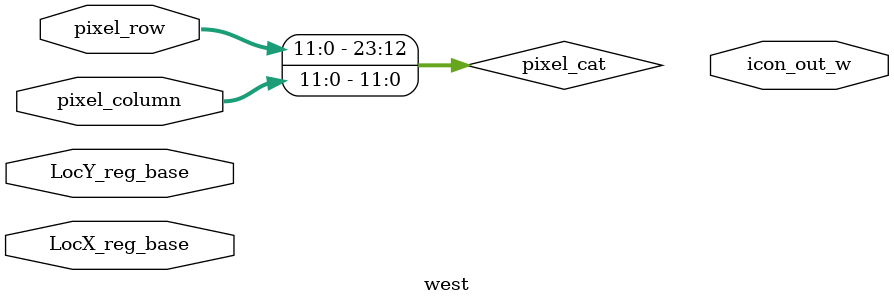
<source format=sv>


module north
(
	input wire [11:0] pixel_column,
	input wire [11:0] pixel_row,
	input wire [11:0] LocY_reg_base,
	input wire [11:0] LocX_reg_base,
	output wire [1:0] icon_out_n
);
 wire [23:0] pixel_cat;
 
 assign pixel_cat = {pixel_row, pixel_column};
 
 always @(*)
	if (pixel_cat == {LocY_reg_base, (LocX_reg_base+5)}) icon_out = 1;
	else if  (pixel_cat == {LocY_reg_base, (LocX_reg_base+6)}) icon_out = 2;
	else if  (pixel_cat == {LocY_reg_base, (LocX_reg_base+9)}) icon_out = 2;
	else if  (pixel_cat == {LocY_reg_base, (LocX_reg_base+10)}) icon_out = 1;
	
	else if  (pixel_cat == {(LocY_reg_base+1), (LocX_reg_base+5)}) icon_out = 2;
	else if  (pixel_cat == {(LocY_reg_base+1), (LocX_reg_base+6)}) icon_out = 1;
	else if  (pixel_cat == {(LocY_reg_base+1), (LocX_reg_base+9)}) icon_out = 1;
	else if  (pixel_cat == {(LocY_reg_base+1), (LocX_reg_base+10)}) icon_out = 2;
	
	else if  (pixel_cat == {(LocY_reg_base+2), (LocX_reg_base+3)}) icon_out = 1;
	else if  (pixel_cat == {(LocY_reg_base+2), (LocX_reg_base+4)}) icon_out = 1;
	else if  (pixel_cat == {(LocY_reg_base+2), (LocX_reg_base+5)}) icon_out = 1;
	else if  (pixel_cat == {(LocY_reg_base+2), (LocX_reg_base+6)}) icon_out = 1;
	else if  (pixel_cat == {(LocY_reg_base+2), (LocX_reg_base+7)}) icon_out = 1;
	else if  (pixel_cat == {(LocY_reg_base+2), (LocX_reg_base+8)}) icon_out = 1;
	else if  (pixel_cat == {(LocY_reg_base+2), (LocX_reg_base+9)}) icon_out = 1;
	else if  (pixel_cat == {(LocY_reg_base+2), (LocX_reg_base+10)}) icon_out = 1;
	else if  (pixel_cat == {(LocY_reg_base+2), (LocX_reg_base+11)}) icon_out = 1;
	else if  (pixel_cat == {(LocY_reg_base+2), (LocX_reg_base+12)}) icon_out = 1;
	
	else if  (pixel_cat == {(LocY_reg_base+3), (LocX_reg_base+3)}) icon_out = 1;
	else if  (pixel_cat == {(LocY_reg_base+3), (LocX_reg_base+4)}) icon_out = 1;
	else if  (pixel_cat == {(LocY_reg_base+3), (LocX_reg_base+5)}) icon_out = 1;
	else if  (pixel_cat == {(LocY_reg_base+3), (LocX_reg_base+6)}) icon_out = 1;
	else if  (pixel_cat == {(LocY_reg_base+3), (LocX_reg_base+7)}) icon_out = 1;
	else if  (pixel_cat == {(LocY_reg_base+3), (LocX_reg_base+8)}) icon_out = 1;
	else if  (pixel_cat == {(LocY_reg_base+3), (LocX_reg_base+9)}) icon_out = 1;
	else if  (pixel_cat == {(LocY_reg_base+3), (LocX_reg_base+10)}) icon_out = 1;
	else if  (pixel_cat == {(LocY_reg_base+3), (LocX_reg_base+11)}) icon_out = 1;
	else if  (pixel_cat == {(LocY_reg_base+3), (LocX_reg_base+12)}) icon_out = 1;
	
	else if  (pixel_cat == {(LocY_reg_base+4), (LocX_reg_base+3)}) icon_out = 1;
	else if  (pixel_cat == {(LocY_reg_base+4), (LocX_reg_base+4)}) icon_out = 1;
	else if  (pixel_cat == {(LocY_reg_base+4), (LocX_reg_base+5)}) icon_out = 2;
	else if  (pixel_cat == {(LocY_reg_base+4), (LocX_reg_base+6)}) icon_out = 3;
	else if  (pixel_cat == {(LocY_reg_base+4), (LocX_reg_base+7)}) icon_out = 1;
	else if  (pixel_cat == {(LocY_reg_base+4), (LocX_reg_base+8)}) icon_out = 1;
	else if  (pixel_cat == {(LocY_reg_base+4), (LocX_reg_base+9)}) icon_out = 2;
	else if  (pixel_cat == {(LocY_reg_base+4), (LocX_reg_base+10)}) icon_out = 3;
	else if  (pixel_cat == {(LocY_reg_base+4), (LocX_reg_base+11)}) icon_out = 1;
	else if  (pixel_cat == {(LocY_reg_base+4), (LocX_reg_base+12)}) icon_out = 1;
	
	else if  (pixel_cat == {(LocY_reg_base+5), (LocX_reg_base+3)}) icon_out = 1;
	else if  (pixel_cat == {(LocY_reg_base+5), (LocX_reg_base+4)}) icon_out = 1;
	else if  (pixel_cat == {(LocY_reg_base+5), (LocX_reg_base+5)}) icon_out = 3;
	else if  (pixel_cat == {(LocY_reg_base+5), (LocX_reg_base+6)}) icon_out = 3;
	else if  (pixel_cat == {(LocY_reg_base+5), (LocX_reg_base+7)}) icon_out = 1;
	else if  (pixel_cat == {(LocY_reg_base+5), (LocX_reg_base+8)}) icon_out = 1;
	else if  (pixel_cat == {(LocY_reg_base+5), (LocX_reg_base+9)}) icon_out = 3;
	else if  (pixel_cat == {(LocY_reg_base+5), (LocX_reg_base+10)}) icon_out = 3;
	else if  (pixel_cat == {(LocY_reg_base+5), (LocX_reg_base+11)}) icon_out = 1;
	else if  (pixel_cat == {(LocY_reg_base+5), (LocX_reg_base+12)}) icon_out = 1;
	
	else if  (pixel_cat == {(LocY_reg_base+6), (LocX_reg_base+3)}) icon_out = 1;
	else if  (pixel_cat == {(LocY_reg_base+6), (LocX_reg_base+4)}) icon_out = 1;
	else if  (pixel_cat == {(LocY_reg_base+6), (LocX_reg_base+5)}) icon_out = 1;
	else if  (pixel_cat == {(LocY_reg_base+6), (LocX_reg_base+6)}) icon_out = 1;
	else if  (pixel_cat == {(LocY_reg_base+6), (LocX_reg_base+7)}) icon_out = 1;
	else if  (pixel_cat == {(LocY_reg_base+6), (LocX_reg_base+8)}) icon_out = 1;
	else if  (pixel_cat == {(LocY_reg_base+6), (LocX_reg_base+9)}) icon_out = 1;
	else if  (pixel_cat == {(LocY_reg_base+6), (LocX_reg_base+10)}) icon_out = 1;
	else if  (pixel_cat == {(LocY_reg_base+6), (LocX_reg_base+11)}) icon_out = 1;
	else if  (pixel_cat == {(LocY_reg_base+6), (LocX_reg_base+12)}) icon_out = 1;
	
	else if  (pixel_cat == {(LocY_reg_base+7), (LocX_reg_base+3)}) icon_out = 1;
	else if  (pixel_cat == {(LocY_reg_base+7), (LocX_reg_base+4)}) icon_out = 1;
	else if  (pixel_cat == {(LocY_reg_base+7), (LocX_reg_base+5)}) icon_out = 1;
	else if  (pixel_cat == {(LocY_reg_base+7), (LocX_reg_base+6)}) icon_out = 1;
	else if  (pixel_cat == {(LocY_reg_base+7), (LocX_reg_base+7)}) icon_out = 1;
	else if  (pixel_cat == {(LocY_reg_base+7), (LocX_reg_base+8)}) icon_out = 1;
	else if  (pixel_cat == {(LocY_reg_base+7), (LocX_reg_base+9)}) icon_out = 1;
	else if  (pixel_cat == {(LocY_reg_base+7), (LocX_reg_base+10)}) icon_out = 1;
	else if  (pixel_cat == {(LocY_reg_base+7), (LocX_reg_base+11)}) icon_out = 1;
	else if  (pixel_cat == {(LocY_reg_base+7), (LocX_reg_base+12)}) icon_out = 1;
	
	else if  (pixel_cat == {(LocY_reg_base+8), (LocX_reg_base+3)}) icon_out = 1;
	else if  (pixel_cat == {(LocY_reg_base+8), (LocX_reg_base+4)}) icon_out = 1;
	else if  (pixel_cat == {(LocY_reg_base+8), (LocX_reg_base+5)}) icon_out = 1;
	else if  (pixel_cat == {(LocY_reg_base+8), (LocX_reg_base+6)}) icon_out = 1;
	else if  (pixel_cat == {(LocY_reg_base+8), (LocX_reg_base+7)}) icon_out = 1;
	else if  (pixel_cat == {(LocY_reg_base+8), (LocX_reg_base+8)}) icon_out = 1;
	else if  (pixel_cat == {(LocY_reg_base+8), (LocX_reg_base+9)}) icon_out = 1;
	else if  (pixel_cat == {(LocY_reg_base+8), (LocX_reg_base+10)}) icon_out = 1;
	else if  (pixel_cat == {(LocY_reg_base+8), (LocX_reg_base+11)}) icon_out = 1;
	else if  (pixel_cat == {(LocY_reg_base+8), (LocX_reg_base+12)}) icon_out = 1;
	
	else if  (pixel_cat == {(LocY_reg_base+9), (LocX_reg_base+3)}) icon_out = 1;
	else if  (pixel_cat == {(LocY_reg_base+9), (LocX_reg_base+4)}) icon_out = 1;
	else if  (pixel_cat == {(LocY_reg_base+9), (LocX_reg_base+5)}) icon_out = 1;
	else if  (pixel_cat == {(LocY_reg_base+9), (LocX_reg_base+6)}) icon_out = 1;
	else if  (pixel_cat == {(LocY_reg_base+9), (LocX_reg_base+7)}) icon_out = 1;
	else if  (pixel_cat == {(LocY_reg_base+9), (LocX_reg_base+8)}) icon_out = 1;
	else if  (pixel_cat == {(LocY_reg_base+9), (LocX_reg_base+9)}) icon_out = 1;
	else if  (pixel_cat == {(LocY_reg_base+9), (LocX_reg_base+10)}) icon_out = 1;
	else if  (pixel_cat == {(LocY_reg_base+9), (LocX_reg_base+11)}) icon_out = 1;
	else if  (pixel_cat == {(LocY_reg_base+9), (LocX_reg_base+12)}) icon_out = 1;
	
	else if  (pixel_cat == {(LocY_reg_base+10), (LocX_reg_base+4)}) icon_out = 1;
	
	else if  (pixel_cat == {(LocY_reg_base+11), (LocX_reg_base+4)}) icon_out = 2;
	
	else icon_out = 0;
endmodule

/////////////////////////////////////////////////////////////////////////

module north_east
(
	input wire [11:0] pixel_column,
	input wire [11:0] pixel_row,
	input wire [11:0] LocY_reg_base,
	input wire [11:0] LocX_reg_base,
	output wire [1:0] icon_out_ne
);
 wire [23:0] pixel_cat;
 
 assign pixel_cat = {pixel_row, pixel_column};
 
 always @(*)
	if (pixel_cat == {LocY_reg_base, (LocX_reg_base+9)}) icon_out = 1;
	else if (pixel_cat == {LocY_reg_base, (LocX_reg_base+10)}) icon_out = 2;
	
	else if (pixel_cat == {(LocY_reg_base+1), (LocX_reg_base+7)}) icon_out = 1;
	else if (pixel_cat == {(LocY_reg_base+1), (LocX_reg_base+8)}) icon_out = 1;
	else if (pixel_cat == {(LocY_reg_base+1), (LocX_reg_base+9)}) icon_out = 2;
	else if (pixel_cat == {(LocY_reg_base+1), (LocX_reg_base+10)}) icon_out = 1;
	
	else if (pixel_cat == {(LocY_reg_base+2), (LocX_reg_base+6)}) icon_out = 1;
	else if (pixel_cat == {(LocY_reg_base+2), (LocX_reg_base+7)}) icon_out = 1;
	else if (pixel_cat == {(LocY_reg_base+2), (LocX_reg_base+8)}) icon_out = 1;
	else if (pixel_cat == {(LocY_reg_base+2), (LocX_reg_base+9)}) icon_out = 1;
	
	else if (pixel_cat == {(LocY_reg_base+3), (LocX_reg_base+5)}) icon_out = 1;
	else if (pixel_cat == {(LocY_reg_base+3), (LocX_reg_base+6)}) icon_out = 1;
	else if (pixel_cat == {(LocY_reg_base+3), (LocX_reg_base+7)}) icon_out = 1;
	else if (pixel_cat == {(LocY_reg_base+3), (LocX_reg_base+8)}) icon_out = 1;
	else if (pixel_cat == {(LocY_reg_base+3), (LocX_reg_base+9)}) icon_out = 1;
	else if (pixel_cat == {(LocY_reg_base+3), (LocX_reg_base+10)}) icon_out = 1;
	
	else if (pixel_cat == {(LocY_reg_base+4), (LocX_reg_base+4)}) icon_out = 1;
	else if (pixel_cat == {(LocY_reg_base+4), (LocX_reg_base+5)}) icon_out = 1;
	else if (pixel_cat == {(LocY_reg_base+4), (LocX_reg_base+6)}) icon_out = 1;
	else if (pixel_cat == {(LocY_reg_base+4), (LocX_reg_base+7)}) icon_out = 2;
	else if (pixel_cat == {(LocY_reg_base+4), (LocX_reg_base+8)}) icon_out = 3;
	else if (pixel_cat == {(LocY_reg_base+4), (LocX_reg_base+9)}) icon_out = 1;
	else if (pixel_cat == {(LocY_reg_base+4), (LocX_reg_base+10)}) icon_out = 1;
	else if (pixel_cat == {(LocY_reg_base+4), (LocX_reg_base+11)}) icon_out = 1;
	
	else if (pixel_cat == {(LocY_reg_base+5), (LocX_reg_base+3)}) icon_out = 1;	
	else if (pixel_cat == {(LocY_reg_base+5), (LocX_reg_base+4)}) icon_out = 1;	
	else if (pixel_cat == {(LocY_reg_base+5), (LocX_reg_base+5)}) icon_out = 1;	
	else if (pixel_cat == {(LocY_reg_base+5), (LocX_reg_base+6)}) icon_out = 1;	
	else if (pixel_cat == {(LocY_reg_base+5), (LocX_reg_base+7)}) icon_out = 3;	
	else if (pixel_cat == {(LocY_reg_base+5), (LocX_reg_base+8)}) icon_out = 3;	
	else if (pixel_cat == {(LocY_reg_base+5), (LocX_reg_base+9)}) icon_out = 1;	
	else if (pixel_cat == {(LocY_reg_base+5), (LocX_reg_base+10)}) icon_out = 1;	
	else if (pixel_cat == {(LocY_reg_base+5), (LocX_reg_base+11)}) icon_out = 1;	
	else if (pixel_cat == {(LocY_reg_base+5), (LocX_reg_base+12)}) icon_out = 1;	
	else if (pixel_cat == {(LocY_reg_base+5), (LocX_reg_base+14)}) icon_out = 1;	
	else if (pixel_cat == {(LocY_reg_base+5), (LocX_reg_base+15)}) icon_out = 2;
	
	else if (pixel_cat == {(LocY_reg_base+6), (LocX_reg_base+3)}) icon_out = 1;	
	else if (pixel_cat == {(LocY_reg_base+6), (LocX_reg_base+4)}) icon_out = 1;	
	else if (pixel_cat == {(LocY_reg_base+6), (LocX_reg_base+5)}) icon_out = 1;	
	else if (pixel_cat == {(LocY_reg_base+6), (LocX_reg_base+6)}) icon_out = 1;	
	else if (pixel_cat == {(LocY_reg_base+6), (LocX_reg_base+7)}) icon_out = 1;	
	else if (pixel_cat == {(LocY_reg_base+6), (LocX_reg_base+8)}) icon_out = 1;	
	else if (pixel_cat == {(LocY_reg_base+6), (LocX_reg_base+9)}) icon_out = 1;	
	else if (pixel_cat == {(LocY_reg_base+6), (LocX_reg_base+10)}) icon_out = 1;	
	else if (pixel_cat == {(LocY_reg_base+6), (LocX_reg_base+11)}) icon_out = 1;	
	else if (pixel_cat == {(LocY_reg_base+6), (LocX_reg_base+12)}) icon_out = 1;	
	else if (pixel_cat == {(LocY_reg_base+6), (LocX_reg_base+13)}) icon_out = 1;	
	else if (pixel_cat == {(LocY_reg_base+6), (LocX_reg_base+14)}) icon_out = 2;	
	else if (pixel_cat == {(LocY_reg_base+6), (LocX_reg_base+15)}) icon_out = 1;
	
	else if (pixel_cat == {(LocY_reg_base+7), (LocX_reg_base+3)}) icon_out = 1;	
	else if (pixel_cat == {(LocY_reg_base+7), (LocX_reg_base+4)}) icon_out = 1;	
	else if (pixel_cat == {(LocY_reg_base+7), (LocX_reg_base+5)}) icon_out = 1;	
	else if (pixel_cat == {(LocY_reg_base+7), (LocX_reg_base+6)}) icon_out = 1;	
	else if (pixel_cat == {(LocY_reg_base+7), (LocX_reg_base+7)}) icon_out = 1;	
	else if (pixel_cat == {(LocY_reg_base+7), (LocX_reg_base+8)}) icon_out = 1;	
	else if (pixel_cat == {(LocY_reg_base+7), (LocX_reg_base+9)}) icon_out = 1;	
	else if (pixel_cat == {(LocY_reg_base+7), (LocX_reg_base+10)}) icon_out = 2;	
	else if (pixel_cat == {(LocY_reg_base+7), (LocX_reg_base+11)}) icon_out = 3;	
	else if (pixel_cat == {(LocY_reg_base+7), (LocX_reg_base+12)}) icon_out = 1;	
	else if (pixel_cat == {(LocY_reg_base+7), (LocX_reg_base+13)}) icon_out = 1;	
	else if (pixel_cat == {(LocY_reg_base+7), (LocX_reg_base+14)}) icon_out = 1;

	else if (pixel_cat == {(LocY_reg_base+8), (LocX_reg_base+2)}) icon_out = 1;	
	else if (pixel_cat == {(LocY_reg_base+8), (LocX_reg_base+5)}) icon_out = 1;	
	else if (pixel_cat == {(LocY_reg_base+8), (LocX_reg_base+6)}) icon_out = 1;	
	else if (pixel_cat == {(LocY_reg_base+8), (LocX_reg_base+7)}) icon_out = 1;	
	else if (pixel_cat == {(LocY_reg_base+8), (LocX_reg_base+8)}) icon_out = 1;	
	else if (pixel_cat == {(LocY_reg_base+8), (LocX_reg_base+9)}) icon_out = 1;	
	else if (pixel_cat == {(LocY_reg_base+8), (LocX_reg_base+10)}) icon_out = 3;	
	else if (pixel_cat == {(LocY_reg_base+8), (LocX_reg_base+11)}) icon_out = 3;	
	else if (pixel_cat == {(LocY_reg_base+8), (LocX_reg_base+12)}) icon_out = 1;	
	else if (pixel_cat == {(LocY_reg_base+8), (LocX_reg_base+13)}) icon_out = 1;	
	else if (pixel_cat == {(LocY_reg_base+8), (LocX_reg_base+14)}) icon_out = 1;

	else if (pixel_cat == {(LocY_reg_base+9), (LocX_reg_base+1)}) icon_out = 2;	
	else if (pixel_cat == {(LocY_reg_base+9), (LocX_reg_base+6)}) icon_out = 1;	
	else if (pixel_cat == {(LocY_reg_base+9), (LocX_reg_base+7)}) icon_out = 1;	
	else if (pixel_cat == {(LocY_reg_base+9), (LocX_reg_base+8)}) icon_out = 1;	
	else if (pixel_cat == {(LocY_reg_base+9), (LocX_reg_base+9)}) icon_out = 1;	
	else if (pixel_cat == {(LocY_reg_base+9), (LocX_reg_base+10)}) icon_out = 1;	
	else if (pixel_cat == {(LocY_reg_base+9), (LocX_reg_base+11)}) icon_out = 1;
	else if (pixel_cat == {(LocY_reg_base+9), (LocX_reg_base+12)}) icon_out = 1;	
	else if (pixel_cat == {(LocY_reg_base+9), (LocX_reg_base+13)}) icon_out = 1;	

	else if (pixel_cat == {(LocY_reg_base+10), (LocX_reg_base+7)}) icon_out = 1;		
	else if (pixel_cat == {(LocY_reg_base+10), (LocX_reg_base+8)}) icon_out = 1;		
	else if (pixel_cat == {(LocY_reg_base+10), (LocX_reg_base+9)}) icon_out = 1;		
	else if (pixel_cat == {(LocY_reg_base+10), (LocX_reg_base+10)}) icon_out = 1;		
	else if (pixel_cat == {(LocY_reg_base+10), (LocX_reg_base+11)}) icon_out = 1;		
	else if (pixel_cat == {(LocY_reg_base+10), (LocX_reg_base+12)}) icon_out = 1;

	else if (pixel_cat == {(LocY_reg_base+11), (LocX_reg_base+8)}) icon_out = 1;
	else if (pixel_cat == {(LocY_reg_base+11), (LocX_reg_base+9)}) icon_out = 1;
	else if (pixel_cat == {(LocY_reg_base+11), (LocX_reg_base+10)}) icon_out = 1;
	else if (pixel_cat == {(LocY_reg_base+11), (LocX_reg_base+11)}) icon_out = 1;

	else if (pixel_cat == {(LocY_reg_base+12), (LocX_reg_base+9)}) icon_out = 1;	
	else if (pixel_cat == {(LocY_reg_base+12), (LocX_reg_base+10)}) icon_out = 1;
		
	else icon_out = 0;
endmodule

///////////////////////////////////////////////////////////////////////

module north_west
(
	input wire [11:0] pixel_column,
	input wire [11:0] pixel_row,
	input wire [11:0] LocY_reg_base,
	input wire [11:0] LocX_reg_base,
	output wire [1:0] icon_out_nw
);
 wire [23:0] pixel_cat;
 
 assign pixel_cat = {pixel_row, pixel_column};
 
 always @(*)
	if  (pixel_cat == {LocY_reg_base, (LocX_reg_base+5)}) icon_out = 2;
	else if  (pixel_cat == {LocY_reg_base, (LocX_reg_base+6)}) icon_out = 1;
		
	else if (pixel_cat == {(LocY_reg_base+1), (LocX_reg_base+5)}) icon_out = 1;	
	else if (pixel_cat == {(LocY_reg_base+1), (LocX_reg_base+6)}) icon_out = 2;	
	else if (pixel_cat == {(LocY_reg_base+1), (LocX_reg_base+7)}) icon_out = 1;	
	else if (pixel_cat == {(LocY_reg_base+1), (LocX_reg_base+8)}) icon_out = 1;
		
	else if (pixel_cat == {(LocY_reg_base+2), (LocX_reg_base+6)}) icon_out = 1;		
	else if (pixel_cat == {(LocY_reg_base+2), (LocX_reg_base+7)}) icon_out = 1;		
	else if (pixel_cat == {(LocY_reg_base+2), (LocX_reg_base+8)}) icon_out = 1;		
	else if (pixel_cat == {(LocY_reg_base+2), (LocX_reg_base+9)}) icon_out = 1;	
		
	else if (pixel_cat == {(LocY_reg_base+3), (LocX_reg_base+5)}) icon_out = 1;	
	else if (pixel_cat == {(LocY_reg_base+3), (LocX_reg_base+6)}) icon_out = 1;	
	else if (pixel_cat == {(LocY_reg_base+3), (LocX_reg_base+7)}) icon_out = 1;	
	else if (pixel_cat == {(LocY_reg_base+3), (LocX_reg_base+8)}) icon_out = 1;	
	else if (pixel_cat == {(LocY_reg_base+3), (LocX_reg_base+9)}) icon_out = 1;	
	else if (pixel_cat == {(LocY_reg_base+3), (LocX_reg_base+10)}) icon_out = 1;

	else if (pixel_cat == {(LocY_reg_base+4), (LocX_reg_base+4)}) icon_out = 1;	
	else if (pixel_cat == {(LocY_reg_base+4), (LocX_reg_base+5)}) icon_out = 1;	
	else if (pixel_cat == {(LocY_reg_base+4), (LocX_reg_base+6)}) icon_out = 1;	
	else if (pixel_cat == {(LocY_reg_base+4), (LocX_reg_base+7)}) icon_out = 3;	
	else if (pixel_cat == {(LocY_reg_base+4), (LocX_reg_base+8)}) icon_out = 3;	
	else if (pixel_cat == {(LocY_reg_base+4), (LocX_reg_base+9)}) icon_out = 1;	
	else if (pixel_cat == {(LocY_reg_base+4), (LocX_reg_base+10)}) icon_out = 1;	
	else if (pixel_cat == {(LocY_reg_base+4), (LocX_reg_base+11)}) icon_out = 1;

	else if (pixel_cat == {(LocY_reg_base+5), LocX_reg_base}) icon_out = 2;	
	else if (pixel_cat == {(LocY_reg_base+5), (LocX_reg_base+1)}) icon_out = 1;	
	else if (pixel_cat == {(LocY_reg_base+5), (LocX_reg_base+3)}) icon_out = 1;	
	else if (pixel_cat == {(LocY_reg_base+5), (LocX_reg_base+4)}) icon_out = 1;	
	else if (pixel_cat == {(LocY_reg_base+5), (LocX_reg_base+5)}) icon_out = 1;	
	else if (pixel_cat == {(LocY_reg_base+5), (LocX_reg_base+6)}) icon_out = 1;	
	else if (pixel_cat == {(LocY_reg_base+5), (LocX_reg_base+7)}) icon_out = 2;	
	else if (pixel_cat == {(LocY_reg_base+5), (LocX_reg_base+8)}) icon_out = 3;	
	else if (pixel_cat == {(LocY_reg_base+5), (LocX_reg_base+9)}) icon_out = 1;	
	else if (pixel_cat == {(LocY_reg_base+5), (LocX_reg_base+10)}) icon_out = 1;	
	else if (pixel_cat == {(LocY_reg_base+5), (LocX_reg_base+11)}) icon_out = 1;	
	else if (pixel_cat == {(LocY_reg_base+5), (LocX_reg_base+12)}) icon_out = 1;

	else if (pixel_cat == {(LocY_reg_base+6), LocX_reg_base}) icon_out = 1;	
	else if (pixel_cat == {(LocY_reg_base+6), (LocX_reg_base+1)}) icon_out = 2;	
	else if (pixel_cat == {(LocY_reg_base+6), (LocX_reg_base+2)}) icon_out = 1;	
	else if (pixel_cat == {(LocY_reg_base+6), (LocX_reg_base+3)}) icon_out = 1;	
	else if (pixel_cat == {(LocY_reg_base+6), (LocX_reg_base+4)}) icon_out = 1;	
	else if (pixel_cat == {(LocY_reg_base+6), (LocX_reg_base+5)}) icon_out = 1;	
	else if (pixel_cat == {(LocY_reg_base+6), (LocX_reg_base+6)}) icon_out = 1;	
	else if (pixel_cat == {(LocY_reg_base+6), (LocX_reg_base+7)}) icon_out = 1;	
	else if (pixel_cat == {(LocY_reg_base+6), (LocX_reg_base+8)}) icon_out = 1;	
	else if (pixel_cat == {(LocY_reg_base+6), (LocX_reg_base+9)}) icon_out = 1;	
	else if (pixel_cat == {(LocY_reg_base+6), (LocX_reg_base+10)}) icon_out = 1;	
	else if (pixel_cat == {(LocY_reg_base+6), (LocX_reg_base+11)}) icon_out = 1;	
	else if (pixel_cat == {(LocY_reg_base+6), (LocX_reg_base+12)}) icon_out = 1;	
	
	else if (pixel_cat == {(LocY_reg_base+7), (LocX_reg_base+1)}) icon_out = 1;	
	else if (pixel_cat == {(LocY_reg_base+7), (LocX_reg_base+2)}) icon_out = 1;	
	else if (pixel_cat == {(LocY_reg_base+7), (LocX_reg_base+3)}) icon_out = 1;	
	else if (pixel_cat == {(LocY_reg_base+7), (LocX_reg_base+4)}) icon_out = 3;	
	else if (pixel_cat == {(LocY_reg_base+7), (LocX_reg_base+5)}) icon_out = 3;	
	else if (pixel_cat == {(LocY_reg_base+7), (LocX_reg_base+6)}) icon_out = 1;	
	else if (pixel_cat == {(LocY_reg_base+7), (LocX_reg_base+7)}) icon_out = 1;	
	else if (pixel_cat == {(LocY_reg_base+7), (LocX_reg_base+8)}) icon_out = 1;	
	else if (pixel_cat == {(LocY_reg_base+7), (LocX_reg_base+9)}) icon_out = 1;	
	else if (pixel_cat == {(LocY_reg_base+7), (LocX_reg_base+10)}) icon_out = 1;	
	else if (pixel_cat == {(LocY_reg_base+7), (LocX_reg_base+11)}) icon_out = 1;

	else if (pixel_cat == {(LocY_reg_base+8), (LocX_reg_base+1)}) icon_out = 1;	
	else if (pixel_cat == {(LocY_reg_base+8), (LocX_reg_base+2)}) icon_out = 1;	
	else if (pixel_cat == {(LocY_reg_base+8), (LocX_reg_base+3)}) icon_out = 1;	
	else if (pixel_cat == {(LocY_reg_base+8), (LocX_reg_base+4)}) icon_out = 2;	
	else if (pixel_cat == {(LocY_reg_base+8), (LocX_reg_base+5)}) icon_out = 3;	
	else if (pixel_cat == {(LocY_reg_base+8), (LocX_reg_base+6)}) icon_out = 1;	
	else if (pixel_cat == {(LocY_reg_base+8), (LocX_reg_base+7)}) icon_out = 1;	
	else if (pixel_cat == {(LocY_reg_base+8), (LocX_reg_base+8)}) icon_out = 1;	
	else if (pixel_cat == {(LocY_reg_base+8), (LocX_reg_base+9)}) icon_out = 1;	
	else if (pixel_cat == {(LocY_reg_base+8), (LocX_reg_base+10)}) icon_out = 1;	
		
	else if (pixel_cat == {(LocY_reg_base+9), (LocX_reg_base+2)}) icon_out = 1;	
	else if (pixel_cat == {(LocY_reg_base+9), (LocX_reg_base+3)}) icon_out = 1;	
	else if (pixel_cat == {(LocY_reg_base+9), (LocX_reg_base+4)}) icon_out = 1;	
	else if (pixel_cat == {(LocY_reg_base+9), (LocX_reg_base+5)}) icon_out = 1;	
	else if (pixel_cat == {(LocY_reg_base+9), (LocX_reg_base+6)}) icon_out = 1;	
	else if (pixel_cat == {(LocY_reg_base+9), (LocX_reg_base+7)}) icon_out = 1;	
	else if (pixel_cat == {(LocY_reg_base+9), (LocX_reg_base+8)}) icon_out = 1;	
	else if (pixel_cat == {(LocY_reg_base+9), (LocX_reg_base+9)}) icon_out = 1;	

	else if (pixel_cat == {(LocY_reg_base+10), (LocX_reg_base+3)}) icon_out = 1;	
	else if (pixel_cat == {(LocY_reg_base+10), (LocX_reg_base+4)}) icon_out = 1;	
	else if (pixel_cat == {(LocY_reg_base+10), (LocX_reg_base+5)}) icon_out = 1;	
	else if (pixel_cat == {(LocY_reg_base+10), (LocX_reg_base+6)}) icon_out = 1;	
	else if (pixel_cat == {(LocY_reg_base+10), (LocX_reg_base+7)}) icon_out = 1;	
	else if (pixel_cat == {(LocY_reg_base+10), (LocX_reg_base+8)}) icon_out = 1;		
		
	else if (pixel_cat == {(LocY_reg_base+11), (LocX_reg_base+4)}) icon_out = 1;	
	else if (pixel_cat == {(LocY_reg_base+11), (LocX_reg_base+5)}) icon_out = 1;	
	else if (pixel_cat == {(LocY_reg_base+11), (LocX_reg_base+6)}) icon_out = 1;	
	else if (pixel_cat == {(LocY_reg_base+11), (LocX_reg_base+7)}) icon_out = 1;		
	
	else if (pixel_cat == {(LocY_reg_base+12), (LocX_reg_base+5)}) icon_out = 1;	
	else if (pixel_cat == {(LocY_reg_base+12), (LocX_reg_base+6)}) icon_out = 1;	
	else if (pixel_cat == {(LocY_reg_base+12), (LocX_reg_base+7)}) icon_out = 1;		
		
	else if (pixel_cat == {(LocY_reg_base+13), (LocX_reg_base+8)}) icon_out = 1;		
		
	else if (pixel_cat == {(LocY_reg_base+14), (LocX_reg_base+9)}) icon_out = 2;		
	
	else icon_out = 0;
endmodule

////////////////////////////////////////////////////////////////

module south
(
	input wire [11:0] pixel_column,
	input wire [11:0] pixel_row,
	input wire [11:0] LocY_reg_base,
	input wire [11:0] LocX_reg_base,
	output wire [1:0] icon_out_s
);
 wire [23:0] pixel_cat;
 
 assign pixel_cat = {pixel_row, pixel_column};
 
 always @(*)
	if  (pixel_cat == {(LocY_reg_base+4), (LocX_reg_base+11)}) icon_out = 2;
	
	else if  (pixel_cat == {(LocY_reg_base+5), (LocX_reg_base+11)}) icon_out = 1;
 
	else if  (pixel_cat == {(LocY_reg_base+6), (LocX_reg_base+3)}) icon_out = 1;
	else if  (pixel_cat == {(LocY_reg_base+6), (LocX_reg_base+4)}) icon_out = 1;
	else if  (pixel_cat == {(LocY_reg_base+6), (LocX_reg_base+5)}) icon_out = 1;
	else if  (pixel_cat == {(LocY_reg_base+6), (LocX_reg_base+6)}) icon_out = 1;
	else if  (pixel_cat == {(LocY_reg_base+6), (LocX_reg_base+7)}) icon_out = 1;
	else if  (pixel_cat == {(LocY_reg_base+6), (LocX_reg_base+8)}) icon_out = 1;
	else if  (pixel_cat == {(LocY_reg_base+6), (LocX_reg_base+9)}) icon_out = 1;
	else if  (pixel_cat == {(LocY_reg_base+6), (LocX_reg_base+10)}) icon_out = 1;
	else if  (pixel_cat == {(LocY_reg_base+6), (LocX_reg_base+11)}) icon_out = 1;
	else if  (pixel_cat == {(LocY_reg_base+6), (LocX_reg_base+12)}) icon_out = 1;
	
	else if  (pixel_cat == {(LocY_reg_base+7), (LocX_reg_base+3)}) icon_out = 1;
	else if  (pixel_cat == {(LocY_reg_base+7), (LocX_reg_base+4)}) icon_out = 1;
	else if  (pixel_cat == {(LocY_reg_base+7), (LocX_reg_base+5)}) icon_out = 1;
	else if  (pixel_cat == {(LocY_reg_base+7), (LocX_reg_base+6)}) icon_out = 1;
	else if  (pixel_cat == {(LocY_reg_base+7), (LocX_reg_base+7)}) icon_out = 1;
	else if  (pixel_cat == {(LocY_reg_base+7), (LocX_reg_base+8)}) icon_out = 1;
	else if  (pixel_cat == {(LocY_reg_base+7), (LocX_reg_base+9)}) icon_out = 1;
	else if  (pixel_cat == {(LocY_reg_base+7), (LocX_reg_base+10)}) icon_out = 1;
	else if  (pixel_cat == {(LocY_reg_base+7), (LocX_reg_base+11)}) icon_out = 1;
	else if  (pixel_cat == {(LocY_reg_base+7), (LocX_reg_base+12)}) icon_out = 1;
	
	else if  (pixel_cat == {(LocY_reg_base+8), (LocX_reg_base+3)}) icon_out = 1;
	else if  (pixel_cat == {(LocY_reg_base+8), (LocX_reg_base+4)}) icon_out = 1;
	else if  (pixel_cat == {(LocY_reg_base+8), (LocX_reg_base+5)}) icon_out = 1;
	else if  (pixel_cat == {(LocY_reg_base+8), (LocX_reg_base+6)}) icon_out = 1;
	else if  (pixel_cat == {(LocY_reg_base+8), (LocX_reg_base+7)}) icon_out = 1;
	else if  (pixel_cat == {(LocY_reg_base+8), (LocX_reg_base+8)}) icon_out = 1;
	else if  (pixel_cat == {(LocY_reg_base+8), (LocX_reg_base+9)}) icon_out = 1;
	else if  (pixel_cat == {(LocY_reg_base+8), (LocX_reg_base+10)}) icon_out = 1;
	else if  (pixel_cat == {(LocY_reg_base+8), (LocX_reg_base+11)}) icon_out = 1;
	else if  (pixel_cat == {(LocY_reg_base+8), (LocX_reg_base+12)}) icon_out = 1;
	
	else if  (pixel_cat == {(LocY_reg_base+9), (LocX_reg_base+3)}) icon_out = 1;
	else if  (pixel_cat == {(LocY_reg_base+9), (LocX_reg_base+4)}) icon_out = 1;
	else if  (pixel_cat == {(LocY_reg_base+9), (LocX_reg_base+5)}) icon_out = 1;
	else if  (pixel_cat == {(LocY_reg_base+9), (LocX_reg_base+6)}) icon_out = 1;
	else if  (pixel_cat == {(LocY_reg_base+9), (LocX_reg_base+7)}) icon_out = 1;
	else if  (pixel_cat == {(LocY_reg_base+9), (LocX_reg_base+8)}) icon_out = 1;
	else if  (pixel_cat == {(LocY_reg_base+9), (LocX_reg_base+9)}) icon_out = 1;
	else if  (pixel_cat == {(LocY_reg_base+9), (LocX_reg_base+10)}) icon_out = 1;
	else if  (pixel_cat == {(LocY_reg_base+9), (LocX_reg_base+11)}) icon_out = 1;
	else if  (pixel_cat == {(LocY_reg_base+9), (LocX_reg_base+12)}) icon_out = 1;
	
	else if  (pixel_cat == {(LocY_reg_base+10), (LocX_reg_base+3)}) icon_out = 1;
	else if  (pixel_cat == {(LocY_reg_base+10), (LocX_reg_base+4)}) icon_out = 1;
	else if  (pixel_cat == {(LocY_reg_base+10), (LocX_reg_base+5)}) icon_out = 3;
	else if  (pixel_cat == {(LocY_reg_base+10), (LocX_reg_base+6)}) icon_out = 3;
	else if  (pixel_cat == {(LocY_reg_base+10), (LocX_reg_base+7)}) icon_out = 1;
	else if  (pixel_cat == {(LocY_reg_base+10), (LocX_reg_base+8)}) icon_out = 1;
	else if  (pixel_cat == {(LocY_reg_base+10), (LocX_reg_base+9)}) icon_out = 3;
	else if  (pixel_cat == {(LocY_reg_base+10), (LocX_reg_base+10)}) icon_out = 3;
	else if  (pixel_cat == {(LocY_reg_base+10), (LocX_reg_base+11)}) icon_out = 1;
	else if  (pixel_cat == {(LocY_reg_base+10), (LocX_reg_base+12)}) icon_out = 1;
	
	else if  (pixel_cat == {(LocY_reg_base+11), (LocX_reg_base+3)}) icon_out = 1;
	else if  (pixel_cat == {(LocY_reg_base+11), (LocX_reg_base+4)}) icon_out = 1;
	else if  (pixel_cat == {(LocY_reg_base+11), (LocX_reg_base+5)}) icon_out = 3;
	else if  (pixel_cat == {(LocY_reg_base+11), (LocX_reg_base+6)}) icon_out = 2;
	else if  (pixel_cat == {(LocY_reg_base+11), (LocX_reg_base+7)}) icon_out = 1;
	else if  (pixel_cat == {(LocY_reg_base+11), (LocX_reg_base+8)}) icon_out = 1;
	else if  (pixel_cat == {(LocY_reg_base+11), (LocX_reg_base+9)}) icon_out = 3;
	else if  (pixel_cat == {(LocY_reg_base+11), (LocX_reg_base+10)}) icon_out = 2;
	else if  (pixel_cat == {(LocY_reg_base+11), (LocX_reg_base+11)}) icon_out = 1;
	else if  (pixel_cat == {(LocY_reg_base+11), (LocX_reg_base+12)}) icon_out = 1;
	
	else if  (pixel_cat == {(LocY_reg_base+12), (LocX_reg_base+3)}) icon_out = 1;
	else if  (pixel_cat == {(LocY_reg_base+12), (LocX_reg_base+4)}) icon_out = 1;
	else if  (pixel_cat == {(LocY_reg_base+12), (LocX_reg_base+5)}) icon_out = 1;
	else if  (pixel_cat == {(LocY_reg_base+12), (LocX_reg_base+6)}) icon_out = 1;
	else if  (pixel_cat == {(LocY_reg_base+12), (LocX_reg_base+7)}) icon_out = 1;
	else if  (pixel_cat == {(LocY_reg_base+12), (LocX_reg_base+8)}) icon_out = 1;
	else if  (pixel_cat == {(LocY_reg_base+12), (LocX_reg_base+9)}) icon_out = 1;
	else if  (pixel_cat == {(LocY_reg_base+12), (LocX_reg_base+10)}) icon_out = 1;
	else if  (pixel_cat == {(LocY_reg_base+12), (LocX_reg_base+11)}) icon_out = 1;
	else if  (pixel_cat == {(LocY_reg_base+12), (LocX_reg_base+12)}) icon_out = 1;
	
	else if  (pixel_cat == {(LocY_reg_base+13), (LocX_reg_base+3)}) icon_out = 1;
	else if  (pixel_cat == {(LocY_reg_base+13), (LocX_reg_base+4)}) icon_out = 1;
	else if  (pixel_cat == {(LocY_reg_base+13), (LocX_reg_base+5)}) icon_out = 1;
	else if  (pixel_cat == {(LocY_reg_base+13), (LocX_reg_base+6)}) icon_out = 1;
	else if  (pixel_cat == {(LocY_reg_base+13), (LocX_reg_base+7)}) icon_out = 1;
	else if  (pixel_cat == {(LocY_reg_base+13), (LocX_reg_base+8)}) icon_out = 1;
	else if  (pixel_cat == {(LocY_reg_base+13), (LocX_reg_base+9)}) icon_out = 1;
	else if  (pixel_cat == {(LocY_reg_base+13), (LocX_reg_base+10)}) icon_out = 1;
	else if  (pixel_cat == {(LocY_reg_base+13), (LocX_reg_base+11)}) icon_out = 1;
	else if  (pixel_cat == {(LocY_reg_base+13), (LocX_reg_base+12)}) icon_out = 1;
	
	else if  (pixel_cat == {(LocY_reg_base+14), (LocX_reg_base+5)}) icon_out = 2;
	else if  (pixel_cat == {(LocY_reg_base+14), (LocX_reg_base+5)}) icon_out = 1;
	else if  (pixel_cat == {(LocY_reg_base+14), (LocX_reg_base+5)}) icon_out = 1;
	else if  (pixel_cat == {(LocY_reg_base+14), (LocX_reg_base+5)}) icon_out = 2;
	
	else if  (pixel_cat == {(LocY_reg_base+15), (LocX_reg_base+5)}) icon_out = 1;
	else if  (pixel_cat == {(LocY_reg_base+15), (LocX_reg_base+5)}) icon_out = 2;
	else if  (pixel_cat == {(LocY_reg_base+15), (LocX_reg_base+5)}) icon_out = 2;
	else if  (pixel_cat == {(LocY_reg_base+15), (LocX_reg_base+5)}) icon_out = 1;
	
	else icon_out = 0;
endmodule

/////////////////////////////////////////////////////////////////////////

module south_west
(
	input wire [11:0] pixel_column,
	input wire [11:0] pixel_row,
	input wire [11:0] LocY_reg_base,
	input wire [11:0] LocX_reg_base,
	output wire [1:0] icon_out_sw
);
 wire [23:0] pixel_cat;
 
 assign pixel_cat = {pixel_row, pixel_column};
 
 always @(*)
	if  (pixel_cat == {(LocY_reg_base+3), (LocX_reg_base+5)}) icon_out = 1;
	else if  (pixel_cat == {(LocY_reg_base+3), (LocX_reg_base+6)}) icon_out = 1;
	
	else if  (pixel_cat == {(LocY_reg_base+4), (LocX_reg_base+4)}) icon_out = 1;
	else if  (pixel_cat == {(LocY_reg_base+4), (LocX_reg_base+5)}) icon_out = 1;
	else if  (pixel_cat == {(LocY_reg_base+4), (LocX_reg_base+6)}) icon_out = 1;
	else if  (pixel_cat == {(LocY_reg_base+4), (LocX_reg_base+7)}) icon_out = 1;
	
	else if  (pixel_cat == {(LocY_reg_base+5), (LocX_reg_base+3)}) icon_out = 1;
	else if  (pixel_cat == {(LocY_reg_base+5), (LocX_reg_base+4)}) icon_out = 1;
	else if  (pixel_cat == {(LocY_reg_base+5), (LocX_reg_base+5)}) icon_out = 1;
	else if  (pixel_cat == {(LocY_reg_base+5), (LocX_reg_base+6)}) icon_out = 1;
	else if  (pixel_cat == {(LocY_reg_base+5), (LocX_reg_base+7)}) icon_out = 1;
	else if  (pixel_cat == {(LocY_reg_base+5), (LocX_reg_base+8)}) icon_out = 1;
	
	else if  (pixel_cat == {(LocY_reg_base+6), (LocX_reg_base+2)}) icon_out = 1;
	else if  (pixel_cat == {(LocY_reg_base+6), (LocX_reg_base+3)}) icon_out = 1;
	else if  (pixel_cat == {(LocY_reg_base+6), (LocX_reg_base+4)}) icon_out = 1;
	else if  (pixel_cat == {(LocY_reg_base+6), (LocX_reg_base+5)}) icon_out = 1;
	else if  (pixel_cat == {(LocY_reg_base+6), (LocX_reg_base+6)}) icon_out = 1;
	else if  (pixel_cat == {(LocY_reg_base+6), (LocX_reg_base+7)}) icon_out = 1;
	else if  (pixel_cat == {(LocY_reg_base+6), (LocX_reg_base+8)}) icon_out = 1;
	else if  (pixel_cat == {(LocY_reg_base+6), (LocX_reg_base+9)}) icon_out = 1;
	else if  (pixel_cat == {(LocY_reg_base+6), (LocX_reg_base+14)}) icon_out = 2;
	
	else if  (pixel_cat == {(LocY_reg_base+7), (LocX_reg_base+1)}) icon_out = 1;
	else if  (pixel_cat == {(LocY_reg_base+7), (LocX_reg_base+2)}) icon_out = 1;
	else if  (pixel_cat == {(LocY_reg_base+7), (LocX_reg_base+3)}) icon_out = 1;
	else if  (pixel_cat == {(LocY_reg_base+7), (LocX_reg_base+4)}) icon_out = 3;
	else if  (pixel_cat == {(LocY_reg_base+7), (LocX_reg_base+5)}) icon_out = 3;
	else if  (pixel_cat == {(LocY_reg_base+7), (LocX_reg_base+6)}) icon_out = 1;
	else if  (pixel_cat == {(LocY_reg_base+7), (LocX_reg_base+7)}) icon_out = 1;
	else if  (pixel_cat == {(LocY_reg_base+7), (LocX_reg_base+8)}) icon_out = 1;
	else if  (pixel_cat == {(LocY_reg_base+7), (LocX_reg_base+9)}) icon_out = 1;
	else if  (pixel_cat == {(LocY_reg_base+7), (LocX_reg_base+10)}) icon_out = 1;
	else if  (pixel_cat == {(LocY_reg_base+7), (LocX_reg_base+13)}) icon_out = 1;
	
	else if  (pixel_cat == {(LocY_reg_base+8), (LocX_reg_base+1)}) icon_out = 1;
	else if  (pixel_cat == {(LocY_reg_base+8), (LocX_reg_base+2)}) icon_out = 1;
	else if  (pixel_cat == {(LocY_reg_base+8), (LocX_reg_base+3)}) icon_out = 1;
	else if  (pixel_cat == {(LocY_reg_base+8), (LocX_reg_base+4)}) icon_out = 3;
	else if  (pixel_cat == {(LocY_reg_base+8), (LocX_reg_base+5)}) icon_out = 2;
	else if  (pixel_cat == {(LocY_reg_base+8), (LocX_reg_base+6)}) icon_out = 1;
	else if  (pixel_cat == {(LocY_reg_base+8), (LocX_reg_base+7)}) icon_out = 1;
	else if  (pixel_cat == {(LocY_reg_base+8), (LocX_reg_base+8)}) icon_out = 1;
	else if  (pixel_cat == {(LocY_reg_base+8), (LocX_reg_base+9)}) icon_out = 1;
	else if  (pixel_cat == {(LocY_reg_base+8), (LocX_reg_base+10)}) icon_out = 1;
	else if  (pixel_cat == {(LocY_reg_base+8), (LocX_reg_base+11)}) icon_out = 1;
	else if  (pixel_cat == {(LocY_reg_base+8), (LocX_reg_base+12)}) icon_out = 1;
	
	else if  (pixel_cat == {(LocY_reg_base+9), LocX_reg_base}) icon_out = 1;
	else if  (pixel_cat == {(LocY_reg_base+9), (LocX_reg_base+1)}) icon_out = 2;
	else if  (pixel_cat == {(LocY_reg_base+9), (LocX_reg_base+2)}) icon_out = 1;
	else if  (pixel_cat == {(LocY_reg_base+9), (LocX_reg_base+3)}) icon_out = 1;
	else if  (pixel_cat == {(LocY_reg_base+9), (LocX_reg_base+4)}) icon_out = 1;
	else if  (pixel_cat == {(LocY_reg_base+9), (LocX_reg_base+5)}) icon_out = 1;
	else if  (pixel_cat == {(LocY_reg_base+9), (LocX_reg_base+6)}) icon_out = 1;
	else if  (pixel_cat == {(LocY_reg_base+9), (LocX_reg_base+7)}) icon_out = 1;
	else if  (pixel_cat == {(LocY_reg_base+9), (LocX_reg_base+8)}) icon_out = 1;
	else if  (pixel_cat == {(LocY_reg_base+9), (LocX_reg_base+9)}) icon_out = 1;
	else if  (pixel_cat == {(LocY_reg_base+9), (LocX_reg_base+10)}) icon_out = 1;
	else if  (pixel_cat == {(LocY_reg_base+9), (LocX_reg_base+11)}) icon_out = 1;
	else if  (pixel_cat == {(LocY_reg_base+9), (LocX_reg_base+12)}) icon_out = 1;
	
	else if  (pixel_cat == {(LocY_reg_base+10), LocX_reg_base}) icon_out = 2;
	else if  (pixel_cat == {(LocY_reg_base+10), (LocX_reg_base+1)}) icon_out = 1;
	else if  (pixel_cat == {(LocY_reg_base+10), (LocX_reg_base+3)}) icon_out = 1;
	else if  (pixel_cat == {(LocY_reg_base+10), (LocX_reg_base+4)}) icon_out = 1;
	else if  (pixel_cat == {(LocY_reg_base+10), (LocX_reg_base+5)}) icon_out = 1;
	else if  (pixel_cat == {(LocY_reg_base+10), (LocX_reg_base+6)}) icon_out = 1;
	else if  (pixel_cat == {(LocY_reg_base+10), (LocX_reg_base+7)}) icon_out = 3;
	else if  (pixel_cat == {(LocY_reg_base+10), (LocX_reg_base+8)}) icon_out = 3;
	else if  (pixel_cat == {(LocY_reg_base+10), (LocX_reg_base+9)}) icon_out = 1;
	else if  (pixel_cat == {(LocY_reg_base+10), (LocX_reg_base+10)}) icon_out = 1;
	else if  (pixel_cat == {(LocY_reg_base+10), (LocX_reg_base+11)}) icon_out = 1;
	else if  (pixel_cat == {(LocY_reg_base+10), (LocX_reg_base+12)}) icon_out = 1;
	
	else if  (pixel_cat == {(LocY_reg_base+11), (LocX_reg_base+4)}) icon_out = 1;
	else if  (pixel_cat == {(LocY_reg_base+11), (LocX_reg_base+5)}) icon_out = 1;
	else if  (pixel_cat == {(LocY_reg_base+11), (LocX_reg_base+6)}) icon_out = 1;
	else if  (pixel_cat == {(LocY_reg_base+11), (LocX_reg_base+7)}) icon_out = 3;
	else if  (pixel_cat == {(LocY_reg_base+11), (LocX_reg_base+8)}) icon_out = 2;
	else if  (pixel_cat == {(LocY_reg_base+11), (LocX_reg_base+9)}) icon_out = 1;
	else if  (pixel_cat == {(LocY_reg_base+11), (LocX_reg_base+10)}) icon_out = 1;
	else if  (pixel_cat == {(LocY_reg_base+11), (LocX_reg_base+11)}) icon_out = 1;
	
	else if  (pixel_cat == {(LocY_reg_base+12), (LocX_reg_base+5)}) icon_out = 1;
	else if  (pixel_cat == {(LocY_reg_base+12), (LocX_reg_base+6)}) icon_out = 1;
	else if  (pixel_cat == {(LocY_reg_base+12), (LocX_reg_base+7)}) icon_out = 1;
	else if  (pixel_cat == {(LocY_reg_base+12), (LocX_reg_base+8)}) icon_out = 1;
	else if  (pixel_cat == {(LocY_reg_base+12), (LocX_reg_base+9)}) icon_out = 1;
	else if  (pixel_cat == {(LocY_reg_base+12), (LocX_reg_base+10)}) icon_out = 1;
	
	else if  (pixel_cat == {(LocY_reg_base+13), (LocX_reg_base+6)}) icon_out = 1;
	else if  (pixel_cat == {(LocY_reg_base+13), (LocX_reg_base+7)}) icon_out = 1;
	else if  (pixel_cat == {(LocY_reg_base+13), (LocX_reg_base+8)}) icon_out = 1;
	else if  (pixel_cat == {(LocY_reg_base+13), (LocX_reg_base+9)}) icon_out = 1;
	
	else if  (pixel_cat == {(LocY_reg_base+14), (LocX_reg_base+5)}) icon_out = 1;
	else if  (pixel_cat == {(LocY_reg_base+14), (LocX_reg_base+6)}) icon_out = 2;
	else if  (pixel_cat == {(LocY_reg_base+14), (LocX_reg_base+7)}) icon_out = 1;
	else if  (pixel_cat == {(LocY_reg_base+14), (LocX_reg_base+8)}) icon_out = 1;
	
	else if  (pixel_cat == {(LocY_reg_base+15), (LocX_reg_base+5)}) icon_out = 2;
	else if  (pixel_cat == {(LocY_reg_base+15), (LocX_reg_base+6)}) icon_out = 1;
	
	else icon_out = 0;
endmodule

////////////////////////////////////////////////////////////////////

module south_east
(
	input wire [11:0] pixel_column,
	input wire [11:0] pixel_row,
	input wire [11:0] LocY_reg_base,
	input wire [11:0] LocX_reg_base,
	output wire [1:0] icon_out_se
);
 wire [23:0] pixel_cat;
 
 assign pixel_cat = {pixel_row, pixel_column};
 
 always @(*)
	if  (pixel_cat == {(LocY_reg_base+1), (LocX_reg_base+6)}) icon_out = 2;
	
	else if  (pixel_cat == {(LocY_reg_base+2), (LocX_reg_base+7)}) icon_out = 1;
	
	else if  (pixel_cat == {(LocY_reg_base+3), (LocX_reg_base+8)}) icon_out = 1;
	else if  (pixel_cat == {(LocY_reg_base+3), (LocX_reg_base+9)}) icon_out = 1;
	else if  (pixel_cat == {(LocY_reg_base+3), (LocX_reg_base+10)}) icon_out = 1;
	
	else if  (pixel_cat == {(LocY_reg_base+4), (LocX_reg_base+8)}) icon_out = 1;
	else if  (pixel_cat == {(LocY_reg_base+4), (LocX_reg_base+9)}) icon_out = 1;
	else if  (pixel_cat == {(LocY_reg_base+4), (LocX_reg_base+10)}) icon_out = 1;
	else if  (pixel_cat == {(LocY_reg_base+4), (LocX_reg_base+11)}) icon_out = 1;
	
	else if  (pixel_cat == {(LocY_reg_base+5), (LocX_reg_base+7)}) icon_out = 1;
	else if  (pixel_cat == {(LocY_reg_base+5), (LocX_reg_base+8)}) icon_out = 1;
	else if  (pixel_cat == {(LocY_reg_base+5), (LocX_reg_base+9)}) icon_out = 1;
	else if  (pixel_cat == {(LocY_reg_base+5), (LocX_reg_base+10)}) icon_out = 1;
	else if  (pixel_cat == {(LocY_reg_base+5), (LocX_reg_base+11)}) icon_out = 1;
	else if  (pixel_cat == {(LocY_reg_base+5), (LocX_reg_base+12)}) icon_out = 1;
	
	else if  (pixel_cat == {(LocY_reg_base+6), (LocX_reg_base+6)}) icon_out = 1;
	else if  (pixel_cat == {(LocY_reg_base+6), (LocX_reg_base+7)}) icon_out = 1;
	else if  (pixel_cat == {(LocY_reg_base+6), (LocX_reg_base+8)}) icon_out = 1;
	else if  (pixel_cat == {(LocY_reg_base+6), (LocX_reg_base+9)}) icon_out = 1;
	else if  (pixel_cat == {(LocY_reg_base+6), (LocX_reg_base+10)}) icon_out = 1;
	else if  (pixel_cat == {(LocY_reg_base+6), (LocX_reg_base+11)}) icon_out = 1;
	else if  (pixel_cat == {(LocY_reg_base+6), (LocX_reg_base+12)}) icon_out = 1;
	else if  (pixel_cat == {(LocY_reg_base+6), (LocX_reg_base+13)}) icon_out = 1;
	
	else if  (pixel_cat == {(LocY_reg_base+7), (LocX_reg_base+5)}) icon_out = 1;
	else if  (pixel_cat == {(LocY_reg_base+7), (LocX_reg_base+6)}) icon_out = 1;
	else if  (pixel_cat == {(LocY_reg_base+7), (LocX_reg_base+7)}) icon_out = 1;
	else if  (pixel_cat == {(LocY_reg_base+7), (LocX_reg_base+8)}) icon_out = 1;
	else if  (pixel_cat == {(LocY_reg_base+7), (LocX_reg_base+9)}) icon_out = 1;
	else if  (pixel_cat == {(LocY_reg_base+7), (LocX_reg_base+10)}) icon_out = 3;
	else if  (pixel_cat == {(LocY_reg_base+7), (LocX_reg_base+11)}) icon_out = 2;
	else if  (pixel_cat == {(LocY_reg_base+7), (LocX_reg_base+12)}) icon_out = 1;
	else if  (pixel_cat == {(LocY_reg_base+7), (LocX_reg_base+13)}) icon_out = 1;
	else if  (pixel_cat == {(LocY_reg_base+7), (LocX_reg_base+14)}) icon_out = 1;
	
	else if  (pixel_cat == {(LocY_reg_base+8), (LocX_reg_base+4)}) icon_out = 1;
	else if  (pixel_cat == {(LocY_reg_base+8), (LocX_reg_base+5)}) icon_out = 1;
	else if  (pixel_cat == {(LocY_reg_base+8), (LocX_reg_base+6)}) icon_out = 1;
	else if  (pixel_cat == {(LocY_reg_base+8), (LocX_reg_base+7)}) icon_out = 1;
	else if  (pixel_cat == {(LocY_reg_base+8), (LocX_reg_base+8)}) icon_out = 1;
	else if  (pixel_cat == {(LocY_reg_base+8), (LocX_reg_base+9)}) icon_out = 1;
	else if  (pixel_cat == {(LocY_reg_base+8), (LocX_reg_base+10)}) icon_out = 3;
	else if  (pixel_cat == {(LocY_reg_base+8), (LocX_reg_base+11)}) icon_out = 3;
	else if  (pixel_cat == {(LocY_reg_base+8), (LocX_reg_base+12)}) icon_out = 1;
	else if  (pixel_cat == {(LocY_reg_base+8), (LocX_reg_base+13)}) icon_out = 1;
	else if  (pixel_cat == {(LocY_reg_base+8), (LocX_reg_base+14)}) icon_out = 1;
	
	else if  (pixel_cat == {(LocY_reg_base+9), (LocX_reg_base+3)}) icon_out = 1;
	else if  (pixel_cat == {(LocY_reg_base+9), (LocX_reg_base+4)}) icon_out = 1;
	else if  (pixel_cat == {(LocY_reg_base+9), (LocX_reg_base+5)}) icon_out = 1;
	else if  (pixel_cat == {(LocY_reg_base+9), (LocX_reg_base+6)}) icon_out = 1;
	else if  (pixel_cat == {(LocY_reg_base+9), (LocX_reg_base+7)}) icon_out = 1;
	else if  (pixel_cat == {(LocY_reg_base+9), (LocX_reg_base+8)}) icon_out = 1;
	else if  (pixel_cat == {(LocY_reg_base+9), (LocX_reg_base+9)}) icon_out = 1;
	else if  (pixel_cat == {(LocY_reg_base+9), (LocX_reg_base+10)}) icon_out = 1;
	else if  (pixel_cat == {(LocY_reg_base+9), (LocX_reg_base+11)}) icon_out = 1;
	else if  (pixel_cat == {(LocY_reg_base+9), (LocX_reg_base+12)}) icon_out = 1;
	else if  (pixel_cat == {(LocY_reg_base+9), (LocX_reg_base+13)}) icon_out = 1;
	else if  (pixel_cat == {(LocY_reg_base+9), (LocX_reg_base+14)}) icon_out = 2;
	else if  (pixel_cat == {(LocY_reg_base+9), (LocX_reg_base+15)}) icon_out = 1;
	
	else if  (pixel_cat == {(LocY_reg_base+10), (LocX_reg_base+3)}) icon_out = 1;
	else if  (pixel_cat == {(LocY_reg_base+10), (LocX_reg_base+4)}) icon_out = 1;
	else if  (pixel_cat == {(LocY_reg_base+10), (LocX_reg_base+5)}) icon_out = 1;
	else if  (pixel_cat == {(LocY_reg_base+10), (LocX_reg_base+6)}) icon_out = 1;
	else if  (pixel_cat == {(LocY_reg_base+10), (LocX_reg_base+7)}) icon_out = 3;
	else if  (pixel_cat == {(LocY_reg_base+10), (LocX_reg_base+8)}) icon_out = 2;
	else if  (pixel_cat == {(LocY_reg_base+10), (LocX_reg_base+9)}) icon_out = 1;
	else if  (pixel_cat == {(LocY_reg_base+10), (LocX_reg_base+10)}) icon_out = 1;
	else if  (pixel_cat == {(LocY_reg_base+10), (LocX_reg_base+11)}) icon_out = 1;
	else if  (pixel_cat == {(LocY_reg_base+10), (LocX_reg_base+12)}) icon_out = 1;
	else if  (pixel_cat == {(LocY_reg_base+10), (LocX_reg_base+14)}) icon_out = 1;
	else if  (pixel_cat == {(LocY_reg_base+10), (LocX_reg_base+15)}) icon_out = 2;
	
	else if  (pixel_cat == {(LocY_reg_base+11), (LocX_reg_base+4)}) icon_out = 1;
	else if  (pixel_cat == {(LocY_reg_base+11), (LocX_reg_base+5)}) icon_out = 1;
	else if  (pixel_cat == {(LocY_reg_base+11), (LocX_reg_base+6)}) icon_out = 1;
	else if  (pixel_cat == {(LocY_reg_base+11), (LocX_reg_base+7)}) icon_out = 3;
	else if  (pixel_cat == {(LocY_reg_base+11), (LocX_reg_base+8)}) icon_out = 3;
	else if  (pixel_cat == {(LocY_reg_base+11), (LocX_reg_base+9)}) icon_out = 1;
	else if  (pixel_cat == {(LocY_reg_base+11), (LocX_reg_base+10)}) icon_out = 1;
	else if  (pixel_cat == {(LocY_reg_base+11), (LocX_reg_base+11)}) icon_out = 1;
	
	else if  (pixel_cat == {(LocY_reg_base+12), (LocX_reg_base+5)}) icon_out = 1;
	else if  (pixel_cat == {(LocY_reg_base+12), (LocX_reg_base+6)}) icon_out = 1;
	else if  (pixel_cat == {(LocY_reg_base+12), (LocX_reg_base+7)}) icon_out = 1;
	else if  (pixel_cat == {(LocY_reg_base+12), (LocX_reg_base+8)}) icon_out = 1;
	else if  (pixel_cat == {(LocY_reg_base+12), (LocX_reg_base+9)}) icon_out = 1;
	else if  (pixel_cat == {(LocY_reg_base+12), (LocX_reg_base+10)}) icon_out = 1;
	
	else if  (pixel_cat == {(LocY_reg_base+13), (LocX_reg_base+6)}) icon_out = 1;
	else if  (pixel_cat == {(LocY_reg_base+13), (LocX_reg_base+7)}) icon_out = 1;
	else if  (pixel_cat == {(LocY_reg_base+13), (LocX_reg_base+8)}) icon_out = 1;
	else if  (pixel_cat == {(LocY_reg_base+13), (LocX_reg_base+9)}) icon_out = 1;
	
	else if  (pixel_cat == {(LocY_reg_base+14), (LocX_reg_base+7)}) icon_out = 1;
	else if  (pixel_cat == {(LocY_reg_base+14), (LocX_reg_base+8)}) icon_out = 1;
	else if  (pixel_cat == {(LocY_reg_base+14), (LocX_reg_base+9)}) icon_out = 2;
	else if  (pixel_cat == {(LocY_reg_base+14), (LocX_reg_base+10)}) icon_out = 1;
	
	else if  (pixel_cat == {(LocY_reg_base+15), (LocX_reg_base+9)}) icon_out = 1;
	else if  (pixel_cat == {(LocY_reg_base+15), (LocX_reg_base+10)}) icon_out = 2;
	
	
	else icon_out = 0;
endmodule

////////////////////////////////////////////////////////////////

module west
(
	input wire [11:0] pixel_column,
	input wire [11:0] pixel_row,
	input wire [11:0] LocY_reg_base,
	input wire [11:0] LocX_reg_base,
	output wire [1:0] icon_out_w
);
 wire [23:0] pixel_cat;
 
 assign pixel_cat = {pixel_row, pixel_column};
 
 always @(*)
	if  (pixel_cat == {(LocY_reg_base+3), (LocX_reg_base+2)}) icon_out = 1;
	else if (pixel_cat == {(LocY_reg_base+3), (LocX_reg_base+3)}) icon_out = 1;
	else if (pixel_cat == {(LocY_reg_base+3), (LocX_reg_base+4)}) icon_out = 1;
	else if (pixel_cat == {(LocY_reg_base+3), (LocX_reg_base+5)}) icon_out = 1;
	else if (pixel_cat == {(LocY_reg_base+3), (LocX_reg_base+6)}) icon_out = 1;
	else if (pixel_cat == {(LocY_reg_base+3), (LocX_reg_base+7)}) icon_out = 1;
	else if (pixel_cat == {(LocY_reg_base+3), (LocX_reg_base+8)}) icon_out = 1;
	else if (pixel_cat == {(LocY_reg_base+3), (LocX_reg_base+9)}) icon_out = 1;
	
	else if (pixel_cat == {(LocY_reg_base+4), (LocX_reg_base+2)}) icon_out = 1;
	else if (pixel_cat == {(LocY_reg_base+4), (LocX_reg_base+3)}) icon_out = 1;
	else if (pixel_cat == {(LocY_reg_base+4), (LocX_reg_base+4)}) icon_out = 1;
	else if (pixel_cat == {(LocY_reg_base+4), (LocX_reg_base+5)}) icon_out = 1;
	else if (pixel_cat == {(LocY_reg_base+4), (LocX_reg_base+6)}) icon_out = 1;
	else if (pixel_cat == {(LocY_reg_base+4), (LocX_reg_base+7)}) icon_out = 1;
	else if (pixel_cat == {(LocY_reg_base+4), (LocX_reg_base+8)}) icon_out = 1;
	else if (pixel_cat == {(LocY_reg_base+4), (LocX_reg_base+9)}) icon_out = 1;
			
	else if (pixel_cat == {(LocY_reg_base+5), LocX_reg_base}) icon_out = 1;	
	else if (pixel_cat == {(LocY_reg_base+5), (LocX_reg_base+1)}) icon_out = 2;
	else if (pixel_cat == {(LocY_reg_base+5), (LocX_reg_base+2)}) icon_out = 1;
	else if (pixel_cat == {(LocY_reg_base+5), (LocX_reg_base+3)}) icon_out = 1;
	else if (pixel_cat == {(LocY_reg_base+5), (LocX_reg_base+4)}) icon_out = 3;
	else if (pixel_cat == {(LocY_reg_base+5), (LocX_reg_base+5)}) icon_out = 3;
	else if (pixel_cat == {(LocY_reg_base+5), (LocX_reg_base+6)}) icon_out = 1;
	else if (pixel_cat == {(LocY_reg_base+5), (LocX_reg_base+7)}) icon_out = 1;
	else if (pixel_cat == {(LocY_reg_base+5), (LocX_reg_base+8)}) icon_out = 1;
	else if (pixel_cat == {(LocY_reg_base+5), (LocX_reg_base+9)}) icon_out = 1;
	
	else if (pixel_cat == {(LocY_reg_base+6), LocX_reg_base}) icon_out = 2;	
	else if (pixel_cat == {(LocY_reg_base+6), (LocX_reg_base+1)}) icon_out = 1;
	else if (pixel_cat == {(LocY_reg_base+6), (LocX_reg_base+2)}) icon_out = 1;
	else if (pixel_cat == {(LocY_reg_base+6), (LocX_reg_base+3)}) icon_out = 1;
	else if (pixel_cat == {(LocY_reg_base+6), (LocX_reg_base+4)}) icon_out = 2;
	else if (pixel_cat == {(LocY_reg_base+6), (LocX_reg_base+5)}) icon_out = 3;
	else if (pixel_cat == {(LocY_reg_base+6), (LocX_reg_base+6)}) icon_out = 1;
	else if (pixel_cat == {(LocY_reg_base+6), (LocX_reg_base+7)}) icon_out = 1;
	else if (pixel_cat == {(LocY_reg_base+6), (LocX_reg_base+8)}) icon_out = 1;
	else if (pixel_cat == {(LocY_reg_base+6), (LocX_reg_base+9)}) icon_out = 1;
	
	else if (pixel_cat == {(LocY_reg_base+7), (LocX_reg_base+2)}) icon_out = 1;
	else if (pixel_cat == {(LocY_reg_base+7), (LocX_reg_base+3)}) icon_out = 1;
	else if (pixel_cat == {(LocY_reg_base+7), (LocX_reg_base+4)}) icon_out = 1;
	else if (pixel_cat == {(LocY_reg_base+7), (LocX_reg_base+5)}) icon_out = 1;
	else if (pixel_cat == {(LocY_reg_base+7), (LocX_reg_base+6)}) icon_out = 1;
	else if (pixel_cat == {(LocY_reg_base+7), (LocX_reg_base+7)}) icon_out = 1;
	else if (pixel_cat == {(LocY_reg_base+7), (LocX_reg_base+8)}) icon_out = 1;
	else if (pixel_cat == {(LocY_reg_base+7), (LocX_reg_base+9)}) icon_out = 1;
	
	else if (pixel_cat == {(LocY_reg_base+8), (LocX_reg_base+2)}) icon_out = 1;
	else if (pixel_cat == {(LocY_reg_base+8), (LocX_reg_base+3)}) icon_out = 1;
	else if (pixel_cat == {(LocY_reg_base+8), (LocX_reg_base+4)}) icon_out = 1;
	else if (pixel_cat == {(LocY_reg_base+8), (LocX_reg_base+5)}) icon_out = 1;
	else if (pixel_cat == {(LocY_reg_base+8), (LocX_reg_base+6)}) icon_out = 1;
	else if (pixel_cat == {(LocY_reg_base+8), (LocX_reg_base+7)}) icon_out = 1;
	else if (pixel_cat == {(LocY_reg_base+8), (LocX_reg_base+8)}) icon_out = 1;
	else if (pixel_cat == {(LocY_reg_base+8), (LocX_reg_base+9)}) icon_out = 1;
	
	else if (pixel_cat == {(LocY_reg_base+9), LocX_reg_base}) icon_out = 2;	
	else if (pixel_cat == {(LocY_reg_base+9), (LocX_reg_base+1)}) icon_out = 1;
	else if (pixel_cat == {(LocY_reg_base+9), (LocX_reg_base+2)}) icon_out = 1;
	else if (pixel_cat == {(LocY_reg_base+9), (LocX_reg_base+3)}) icon_out = 1;
	else if (pixel_cat == {(LocY_reg_base+9), (LocX_reg_base+4)}) icon_out = 3;
	else if (pixel_cat == {(LocY_reg_base+9), (LocX_reg_base+5)}) icon_out = 3;
	else if (pixel_cat == {(LocY_reg_base+9), (LocX_reg_base+6)}) icon_out = 1;
	else if (pixel_cat == {(LocY_reg_base+9), (LocX_reg_base+7)}) icon_out = 1;
	else if (pixel_cat == {(LocY_reg_base+9), (LocX_reg_base+8)}) icon_out = 1;
	else if (pixel_cat == {(LocY_reg_base+9), (LocX_reg_base+9)}) icon_out = 1;
	
	else if (pixel_cat == {(LocY_reg_base+10), LocX_reg_base}) icon_out = 1;	
	else if (pixel_cat == {(LocY_reg_base+10), (LocX_reg_base+1)}) icon_out = 2;
	else if (pixel_cat == {(LocY_reg_base+10), (LocX_reg_base+2)}) icon_out = 1;
	else if (pixel_cat == {(LocY_reg_base+10), (LocX_reg_base+3)}) icon_out = 1;
	else if (pixel_cat == {(LocY_reg_base+10), (LocX_reg_base+4)}) icon_out = 2;
	else if (pixel_cat == {(LocY_reg_base+10), (LocX_reg_base+5)}) icon_out = 3;
	else if (pixel_cat == {(LocY_reg_base+10), (LocX_reg_base+6)}) icon_out = 1;
	else if (pixel_cat == {(LocY_reg_base+10), (LocX_reg_base+7)}) icon_out = 1;
	else if (pixel_cat == {(LocY_reg_base+10), (LocX_reg_base+8)}) icon_out = 1;
	else if (pixel_cat == {(LocY_reg_base+10), (LocX_reg_base+9)}) icon_out = 1;
	
	else if (pixel_cat == {(LocY_reg_base+11), (LocX_reg_base+2)}) icon_out = 1;
	else if (pixel_cat == {(LocY_reg_base+11), (LocX_reg_base+3)}) icon_out = 1;
	else if (pixel_cat == {(LocY_reg_base+11), (LocX_reg_base+4)}) icon_out = 1;
	else if (pixel_cat == {(LocY_reg_base+11), (LocX_reg_base+5)}) icon_out = 1;
	else if (pixel_cat == {(LocY_reg_base+11), (LocX_reg_base+6)}) icon_out = 1;
	else if (pixel_cat == {(LocY_reg_base+11), (LocX_reg_base+7)}) icon_out = 1;
	else if (pixel_cat == {(LocY_reg_base+11), (LocX_reg_base+8)}) icon_out = 1;
	else if (pixel_cat == {(LocY_reg_base+11), (LocX_reg_base+9)}) icon_out = 1;
	else if (pixel_cat == {(LocY_reg_base+11), (LocX_reg_base+10)}) icon_out = 1;
	else if (pixel_cat == {(LocY_reg_base+11), (LocX_reg_base+11)}) icon_out = 2;
	
	else if (pixel_cat == {(LocY_reg_base+12), (LocX_reg_base+2)}) icon_out = 1;
	else if (pixel_cat == {(LocY_reg_base+12), (LocX_reg_base+3)}) icon_out = 1;
	else if (pixel_cat == {(LocY_reg_base+12), (LocX_reg_base+4)}) icon_out = 1;
	else if (pixel_cat == {(LocY_reg_base+12), (LocX_reg_base+5)}) icon_out = 1;
	else if (pixel_cat == {(LocY_reg_base+12), (LocX_reg_base+6)}) icon_out = 1;
	else if (pixel_cat == {(LocY_reg_base+12), (LocX_reg_base+7)}) icon_out = 1;
	else if (pixel_cat == {(LocY_reg_base+12), (LocX_reg_base+8)}) icon_out = 1;
	else if (pixel_cat == {(LocY_reg_base+12), (LocX_reg_base+9)}) icon_out = 1;
	
	else icon_out = 0;
endmodule



</source>
